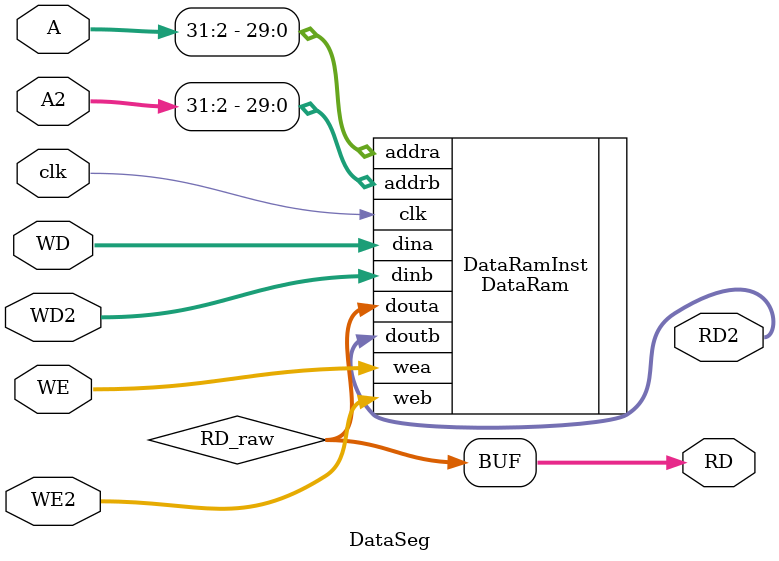
<source format=v>
`timescale 1ns / 1ps
module DataSeg(
    input wire clk,
    //Data Memory Access
    input wire [31:0] A,
    input wire [31:0] WD,
    input wire [3:0] WE,
    output wire [31:0] RD,
    //Data Memory Debug
    input wire [31:0] A2,
    input wire [31:0] WD2,
    input wire [3:0] WE2,
    output wire [31:0] RD2
    );

    wire [31:0] RD_raw;
    DataRam DataRamInst (
        .clk    ( clk           ),       //Çë²¹È«
        .wea    ( WE            ),       //Çë²¹È«  ²»ÄÜÓÃLoadedBytesSelect£¬´ËÊ±Õâ»¹ÊÇÉÏÒ»¸öÉÏÉýÑØµÄµØÖ·µÄÄ©2Î»
        .addra  ( A[31:2]       ),       //Çë²¹È«
        .dina   ( WD            ),       //Çë²¹È«
        .douta  ( RD_raw         ),
        .web    ( WE2            ),
        .addrb  ( A2[31:2]       ),
        .dinb   ( WD2            ),
        .doutb  ( RD2            )
    );   

    assign RD = RD_raw;

endmodule

//¹¦ÄÜËµÃ÷
    //DataSegÍ¬Ê±°üº¬ÁËÒ»¸öÍ¬²½¶ÁÐ´µÄBram
    //£¨´Ë´¦Äã¿ÉÒÔµ÷ÓÃÎÒÃÇÌá¹©µÄDataRam£¬Ëü½«»á×Ô¶¯×ÛºÏÎªblock memory£¬ÄãÒ²¿ÉÒÔÌæ´úÐÔµÄµ÷ÓÃxilinxµÄbram ipºË£©¡£

//ÊµÑéÒªÇó  
    //ÄãÐèÒª²¹È«ÉÏ·½´úÂë£¬Ðè²¹È«µÄÆ¬¶Î½ØÈ¡ÈçÏÂ
    //DataRam DataRamInst (
    //    .clk    (???),                      //Çë²¹È«
    //    .wea    (???),                      //Çë²¹È«
    //    .addra  (???),                      //Çë²¹È«
    //    .dina   (???),                      //Çë²¹È«
    //    .douta  ( RD_raw         ),
    //    .web    ( WE2            ),
    //    .addrb  ( A2[31:2]       ),
    //    .dinb   ( WD2            ),
    //    .doutb  ( RD2            )
    //);   
//×¢ÒâÊÂÏî
    //ÊäÈëµ½DataRamµÄaddraÊÇ×ÖµØÖ·£¬Ò»¸ö×Ö32bit
    //ÇëÅäºÏDataExtÄ£¿éÊµÏÖ·Ç×Ö¶ÔÆë×Ö½Úload
    //ÇëÍ¨¹ý²¹È«´úÂëÊµÏÖ·Ç×Ö¶ÔÆëstore


</source>
